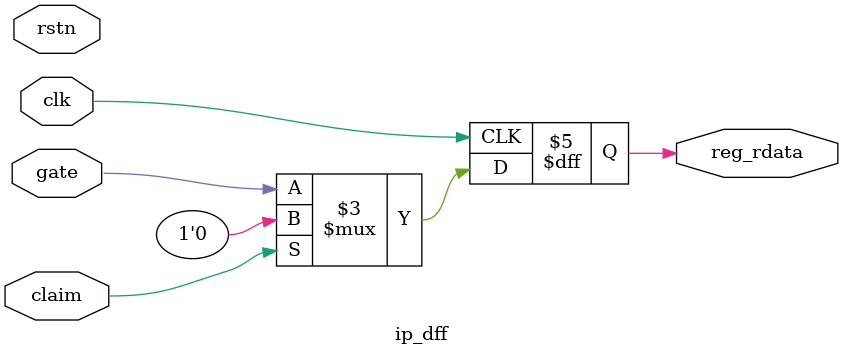
<source format=v>
module ip_dff(
  input            clk      ,
  input            rstn     ,
//  input            reg_en   ,
//  input      [31:0]reg_addr ,
//  input            reg_wr   ,
//  input            reg_wdata,
  output reg       reg_rdata,
  
  input            gate     ,
  input            claim
  );

always@(posedge clk) begin
  if(claim) begin
    reg_rdata <= 0;
  end
  else begin
    reg_rdata <= gate;
  end
end

endmodule
</source>
